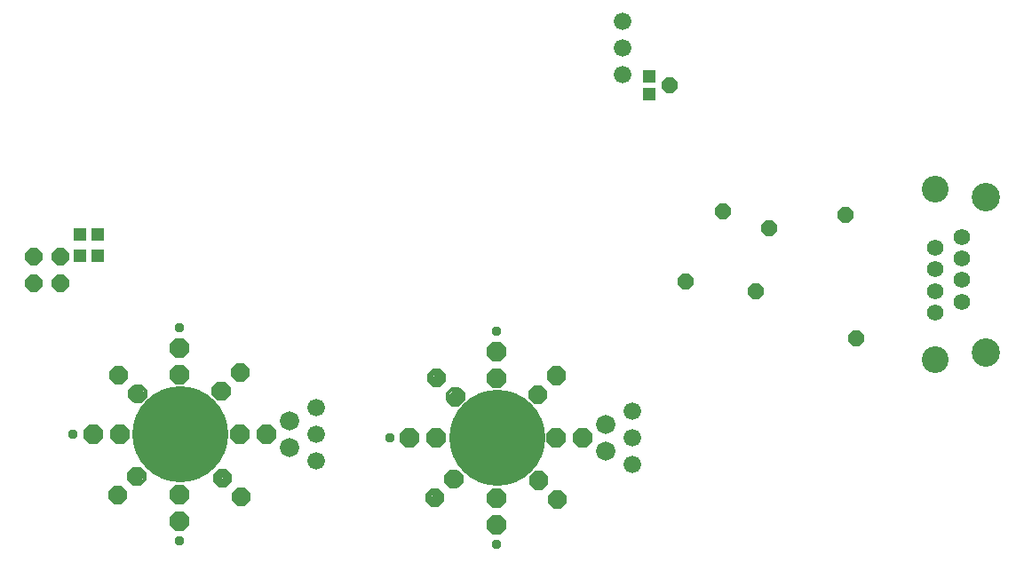
<source format=gbs>
G75*
G70*
%OFA0B0*%
%FSLAX24Y24*%
%IPPOS*%
%LPD*%
%AMOC8*
5,1,8,0,0,1.08239X$1,22.5*
%
%ADD10C,0.3603*%
%ADD11C,0.0296*%
%ADD12R,0.0454X0.0493*%
%ADD13R,0.0493X0.0454*%
%ADD14OC8,0.0651*%
%ADD15C,0.0660*%
%ADD16C,0.0720*%
%ADD17C,0.0620*%
%ADD18C,0.1005*%
%ADD19C,0.1064*%
%ADD20OC8,0.0720*%
%ADD21C,0.0144*%
%ADD22OC8,0.0591*%
%ADD23OC8,0.0350*%
D10*
X008136Y009159D03*
X020011Y009034D03*
D11*
X020010Y009032D03*
X008135Y009157D03*
D12*
X005034Y015862D03*
X004364Y015862D03*
X004364Y016674D03*
X005034Y016674D03*
D13*
X025712Y021931D03*
X025712Y022601D03*
D14*
X003624Y015835D03*
X002624Y015835D03*
X002624Y014835D03*
X003624Y014835D03*
D15*
X013224Y010160D03*
X013224Y009160D03*
X013224Y008160D03*
X025099Y008035D03*
X025099Y009035D03*
X025099Y010035D03*
X024724Y022660D03*
X024724Y023660D03*
X024724Y024660D03*
D16*
X012224Y009660D03*
X012224Y008660D03*
X024099Y008535D03*
X024099Y009535D03*
D17*
X036443Y013754D03*
X036443Y014558D03*
X036443Y015361D03*
X036443Y016164D03*
X037443Y016566D03*
X037443Y015762D03*
X037443Y014959D03*
X037443Y014156D03*
D18*
X036443Y011961D03*
X036443Y018359D03*
D19*
X038349Y018089D03*
X038349Y012231D03*
D20*
X023224Y009035D03*
X022224Y009035D03*
X019974Y011285D03*
X019974Y012285D03*
X017724Y009035D03*
X016724Y009035D03*
X019974Y006785D03*
X019974Y005785D03*
X011349Y009160D03*
X010349Y009160D03*
X008099Y006910D03*
X008099Y005910D03*
X005849Y009160D03*
X004849Y009160D03*
X008099Y011410D03*
X008099Y012410D03*
D21*
X009872Y010838D02*
X009944Y010910D01*
X009944Y010672D01*
X009776Y010504D01*
X009538Y010504D01*
X009370Y010672D01*
X009370Y010910D01*
X009538Y011078D01*
X009776Y011078D01*
X009944Y010910D01*
X009836Y010865D01*
X009836Y010717D01*
X009731Y010612D01*
X009583Y010612D01*
X009478Y010717D01*
X009478Y010865D01*
X009583Y010970D01*
X009731Y010970D01*
X009836Y010865D01*
X009728Y010821D01*
X009728Y010761D01*
X009687Y010720D01*
X009627Y010720D01*
X009586Y010761D01*
X009586Y010821D01*
X009627Y010862D01*
X009687Y010862D01*
X009728Y010821D01*
X010579Y011545D02*
X010651Y011617D01*
X010651Y011379D01*
X010483Y011211D01*
X010245Y011211D01*
X010077Y011379D01*
X010077Y011617D01*
X010245Y011785D01*
X010483Y011785D01*
X010651Y011617D01*
X010543Y011572D01*
X010543Y011424D01*
X010438Y011319D01*
X010290Y011319D01*
X010185Y011424D01*
X010185Y011572D01*
X010290Y011677D01*
X010438Y011677D01*
X010543Y011572D01*
X010435Y011528D01*
X010435Y011468D01*
X010394Y011427D01*
X010334Y011427D01*
X010293Y011468D01*
X010293Y011528D01*
X010334Y011569D01*
X010394Y011569D01*
X010435Y011528D01*
X006479Y010896D02*
X006407Y010968D01*
X006645Y010968D01*
X006813Y010800D01*
X006813Y010562D01*
X006645Y010394D01*
X006407Y010394D01*
X006239Y010562D01*
X006239Y010800D01*
X006407Y010968D01*
X006452Y010860D01*
X006600Y010860D01*
X006705Y010755D01*
X006705Y010607D01*
X006600Y010502D01*
X006452Y010502D01*
X006347Y010607D01*
X006347Y010755D01*
X006452Y010860D01*
X006496Y010752D01*
X006556Y010752D01*
X006597Y010711D01*
X006597Y010651D01*
X006556Y010610D01*
X006496Y010610D01*
X006455Y010651D01*
X006455Y010711D01*
X006496Y010752D01*
X005772Y011604D02*
X005700Y011676D01*
X005938Y011676D01*
X006106Y011508D01*
X006106Y011270D01*
X005938Y011102D01*
X005700Y011102D01*
X005532Y011270D01*
X005532Y011508D01*
X005700Y011676D01*
X005745Y011568D01*
X005893Y011568D01*
X005998Y011463D01*
X005998Y011315D01*
X005893Y011210D01*
X005745Y011210D01*
X005640Y011315D01*
X005640Y011463D01*
X005745Y011568D01*
X005789Y011460D01*
X005849Y011460D01*
X005890Y011419D01*
X005890Y011359D01*
X005849Y011318D01*
X005789Y011318D01*
X005748Y011359D01*
X005748Y011419D01*
X005789Y011460D01*
X006274Y007555D02*
X006202Y007483D01*
X006202Y007721D01*
X006370Y007889D01*
X006608Y007889D01*
X006776Y007721D01*
X006776Y007483D01*
X006608Y007315D01*
X006370Y007315D01*
X006202Y007483D01*
X006310Y007528D01*
X006310Y007676D01*
X006415Y007781D01*
X006563Y007781D01*
X006668Y007676D01*
X006668Y007528D01*
X006563Y007423D01*
X006415Y007423D01*
X006310Y007528D01*
X006418Y007572D01*
X006418Y007632D01*
X006459Y007673D01*
X006519Y007673D01*
X006560Y007632D01*
X006560Y007572D01*
X006519Y007531D01*
X006459Y007531D01*
X006418Y007572D01*
X005567Y006848D02*
X005495Y006776D01*
X005495Y007014D01*
X005663Y007182D01*
X005901Y007182D01*
X006069Y007014D01*
X006069Y006776D01*
X005901Y006608D01*
X005663Y006608D01*
X005495Y006776D01*
X005603Y006821D01*
X005603Y006969D01*
X005708Y007074D01*
X005856Y007074D01*
X005961Y006969D01*
X005961Y006821D01*
X005856Y006716D01*
X005708Y006716D01*
X005603Y006821D01*
X005711Y006865D01*
X005711Y006925D01*
X005752Y006966D01*
X005812Y006966D01*
X005853Y006925D01*
X005853Y006865D01*
X005812Y006824D01*
X005752Y006824D01*
X005711Y006865D01*
X009756Y007314D02*
X009828Y007242D01*
X009590Y007242D01*
X009422Y007410D01*
X009422Y007648D01*
X009590Y007816D01*
X009828Y007816D01*
X009996Y007648D01*
X009996Y007410D01*
X009828Y007242D01*
X009783Y007350D01*
X009635Y007350D01*
X009530Y007455D01*
X009530Y007603D01*
X009635Y007708D01*
X009783Y007708D01*
X009888Y007603D01*
X009888Y007455D01*
X009783Y007350D01*
X009739Y007458D01*
X009679Y007458D01*
X009638Y007499D01*
X009638Y007559D01*
X009679Y007600D01*
X009739Y007600D01*
X009780Y007559D01*
X009780Y007499D01*
X009739Y007458D01*
X010463Y006607D02*
X010535Y006535D01*
X010297Y006535D01*
X010129Y006703D01*
X010129Y006941D01*
X010297Y007109D01*
X010535Y007109D01*
X010703Y006941D01*
X010703Y006703D01*
X010535Y006535D01*
X010490Y006643D01*
X010342Y006643D01*
X010237Y006748D01*
X010237Y006896D01*
X010342Y007001D01*
X010490Y007001D01*
X010595Y006896D01*
X010595Y006748D01*
X010490Y006643D01*
X010446Y006751D01*
X010386Y006751D01*
X010345Y006792D01*
X010345Y006852D01*
X010386Y006893D01*
X010446Y006893D01*
X010487Y006852D01*
X010487Y006792D01*
X010446Y006751D01*
X017464Y006744D02*
X017392Y006672D01*
X017392Y006910D01*
X017560Y007078D01*
X017798Y007078D01*
X017966Y006910D01*
X017966Y006672D01*
X017798Y006504D01*
X017560Y006504D01*
X017392Y006672D01*
X017500Y006717D01*
X017500Y006865D01*
X017605Y006970D01*
X017753Y006970D01*
X017858Y006865D01*
X017858Y006717D01*
X017753Y006612D01*
X017605Y006612D01*
X017500Y006717D01*
X017608Y006761D01*
X017608Y006821D01*
X017649Y006862D01*
X017709Y006862D01*
X017750Y006821D01*
X017750Y006761D01*
X017709Y006720D01*
X017649Y006720D01*
X017608Y006761D01*
X018171Y007451D02*
X018099Y007379D01*
X018099Y007617D01*
X018267Y007785D01*
X018505Y007785D01*
X018673Y007617D01*
X018673Y007379D01*
X018505Y007211D01*
X018267Y007211D01*
X018099Y007379D01*
X018207Y007424D01*
X018207Y007572D01*
X018312Y007677D01*
X018460Y007677D01*
X018565Y007572D01*
X018565Y007424D01*
X018460Y007319D01*
X018312Y007319D01*
X018207Y007424D01*
X018315Y007468D01*
X018315Y007528D01*
X018356Y007569D01*
X018416Y007569D01*
X018457Y007528D01*
X018457Y007468D01*
X018416Y007427D01*
X018356Y007427D01*
X018315Y007468D01*
X021616Y007225D02*
X021688Y007153D01*
X021450Y007153D01*
X021282Y007321D01*
X021282Y007559D01*
X021450Y007727D01*
X021688Y007727D01*
X021856Y007559D01*
X021856Y007321D01*
X021688Y007153D01*
X021643Y007261D01*
X021495Y007261D01*
X021390Y007366D01*
X021390Y007514D01*
X021495Y007619D01*
X021643Y007619D01*
X021748Y007514D01*
X021748Y007366D01*
X021643Y007261D01*
X021599Y007369D01*
X021539Y007369D01*
X021498Y007410D01*
X021498Y007470D01*
X021539Y007511D01*
X021599Y007511D01*
X021640Y007470D01*
X021640Y007410D01*
X021599Y007369D01*
X022323Y006518D02*
X022395Y006446D01*
X022157Y006446D01*
X021989Y006614D01*
X021989Y006852D01*
X022157Y007020D01*
X022395Y007020D01*
X022563Y006852D01*
X022563Y006614D01*
X022395Y006446D01*
X022350Y006554D01*
X022202Y006554D01*
X022097Y006659D01*
X022097Y006807D01*
X022202Y006912D01*
X022350Y006912D01*
X022455Y006807D01*
X022455Y006659D01*
X022350Y006554D01*
X022306Y006662D01*
X022246Y006662D01*
X022205Y006703D01*
X022205Y006763D01*
X022246Y006804D01*
X022306Y006804D01*
X022347Y006763D01*
X022347Y006703D01*
X022306Y006662D01*
X021747Y010713D02*
X021819Y010785D01*
X021819Y010547D01*
X021651Y010379D01*
X021413Y010379D01*
X021245Y010547D01*
X021245Y010785D01*
X021413Y010953D01*
X021651Y010953D01*
X021819Y010785D01*
X021711Y010740D01*
X021711Y010592D01*
X021606Y010487D01*
X021458Y010487D01*
X021353Y010592D01*
X021353Y010740D01*
X021458Y010845D01*
X021606Y010845D01*
X021711Y010740D01*
X021603Y010696D01*
X021603Y010636D01*
X021562Y010595D01*
X021502Y010595D01*
X021461Y010636D01*
X021461Y010696D01*
X021502Y010737D01*
X021562Y010737D01*
X021603Y010696D01*
X022454Y011420D02*
X022526Y011492D01*
X022526Y011254D01*
X022358Y011086D01*
X022120Y011086D01*
X021952Y011254D01*
X021952Y011492D01*
X022120Y011660D01*
X022358Y011660D01*
X022526Y011492D01*
X022418Y011447D01*
X022418Y011299D01*
X022313Y011194D01*
X022165Y011194D01*
X022060Y011299D01*
X022060Y011447D01*
X022165Y011552D01*
X022313Y011552D01*
X022418Y011447D01*
X022310Y011403D01*
X022310Y011343D01*
X022269Y011302D01*
X022209Y011302D01*
X022168Y011343D01*
X022168Y011403D01*
X022209Y011444D01*
X022269Y011444D01*
X022310Y011403D01*
X018406Y010793D02*
X018334Y010865D01*
X018572Y010865D01*
X018740Y010697D01*
X018740Y010459D01*
X018572Y010291D01*
X018334Y010291D01*
X018166Y010459D01*
X018166Y010697D01*
X018334Y010865D01*
X018379Y010757D01*
X018527Y010757D01*
X018632Y010652D01*
X018632Y010504D01*
X018527Y010399D01*
X018379Y010399D01*
X018274Y010504D01*
X018274Y010652D01*
X018379Y010757D01*
X018423Y010649D01*
X018483Y010649D01*
X018524Y010608D01*
X018524Y010548D01*
X018483Y010507D01*
X018423Y010507D01*
X018382Y010548D01*
X018382Y010608D01*
X018423Y010649D01*
X017698Y011500D02*
X017626Y011572D01*
X017864Y011572D01*
X018032Y011404D01*
X018032Y011166D01*
X017864Y010998D01*
X017626Y010998D01*
X017458Y011166D01*
X017458Y011404D01*
X017626Y011572D01*
X017671Y011464D01*
X017819Y011464D01*
X017924Y011359D01*
X017924Y011211D01*
X017819Y011106D01*
X017671Y011106D01*
X017566Y011211D01*
X017566Y011359D01*
X017671Y011464D01*
X017715Y011356D01*
X017775Y011356D01*
X017816Y011315D01*
X017816Y011255D01*
X017775Y011214D01*
X017715Y011214D01*
X017674Y011255D01*
X017674Y011315D01*
X017715Y011356D01*
D22*
X027099Y014910D03*
X029724Y014535D03*
X030224Y016910D03*
X028474Y017535D03*
X033099Y017410D03*
X033474Y012785D03*
X026474Y022285D03*
D23*
X008099Y005160D03*
X004099Y009160D03*
X008099Y013160D03*
X015974Y009035D03*
X019974Y013035D03*
X019974Y005035D03*
M02*

</source>
